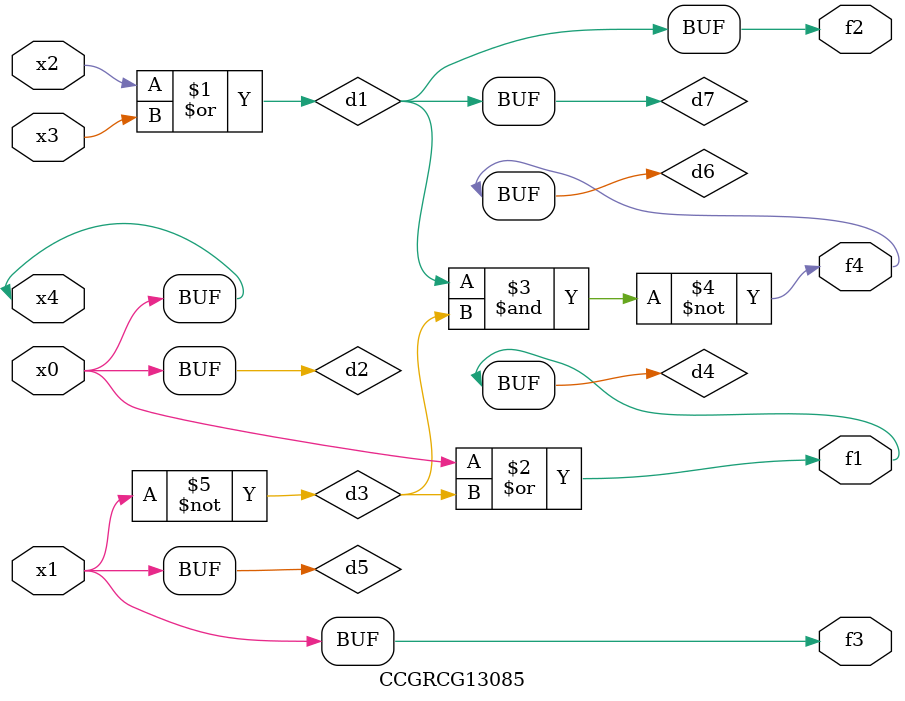
<source format=v>
module CCGRCG13085(
	input x0, x1, x2, x3, x4,
	output f1, f2, f3, f4
);

	wire d1, d2, d3, d4, d5, d6, d7;

	or (d1, x2, x3);
	buf (d2, x0, x4);
	not (d3, x1);
	or (d4, d2, d3);
	not (d5, d3);
	nand (d6, d1, d3);
	or (d7, d1);
	assign f1 = d4;
	assign f2 = d7;
	assign f3 = d5;
	assign f4 = d6;
endmodule

</source>
